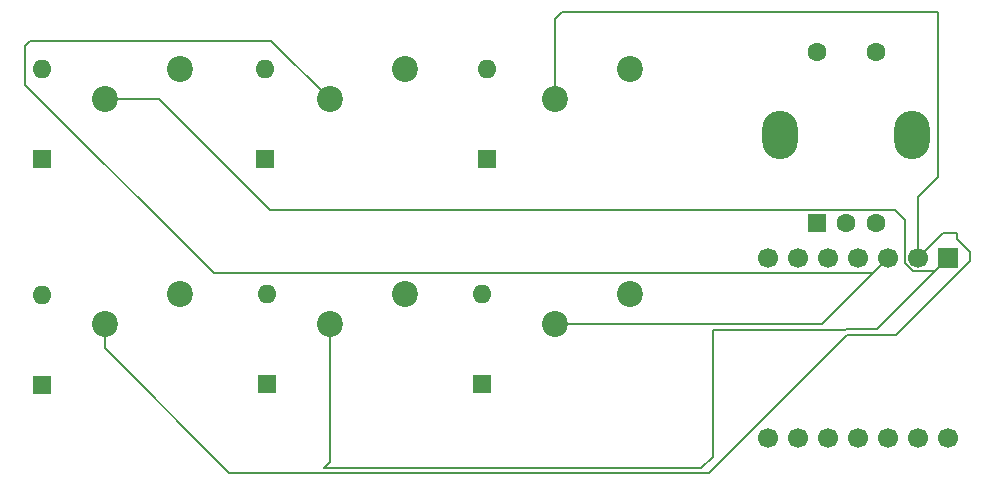
<source format=gbr>
%TF.GenerationSoftware,KiCad,Pcbnew,8.0.5*%
%TF.CreationDate,2024-10-23T20:01:10-04:00*%
%TF.ProjectId,HackPadCase,4861636b-5061-4644-9361-73652e6b6963,rev?*%
%TF.SameCoordinates,Original*%
%TF.FileFunction,Copper,L2,Bot*%
%TF.FilePolarity,Positive*%
%FSLAX46Y46*%
G04 Gerber Fmt 4.6, Leading zero omitted, Abs format (unit mm)*
G04 Created by KiCad (PCBNEW 8.0.5) date 2024-10-23 20:01:10*
%MOMM*%
%LPD*%
G01*
G04 APERTURE LIST*
G04 Aperture macros list*
%AMRoundRect*
0 Rectangle with rounded corners*
0 $1 Rounding radius*
0 $2 $3 $4 $5 $6 $7 $8 $9 X,Y pos of 4 corners*
0 Add a 4 corners polygon primitive as box body*
4,1,4,$2,$3,$4,$5,$6,$7,$8,$9,$2,$3,0*
0 Add four circle primitives for the rounded corners*
1,1,$1+$1,$2,$3*
1,1,$1+$1,$4,$5*
1,1,$1+$1,$6,$7*
1,1,$1+$1,$8,$9*
0 Add four rect primitives between the rounded corners*
20,1,$1+$1,$2,$3,$4,$5,0*
20,1,$1+$1,$4,$5,$6,$7,0*
20,1,$1+$1,$6,$7,$8,$9,0*
20,1,$1+$1,$8,$9,$2,$3,0*%
G04 Aperture macros list end*
%TA.AperFunction,ComponentPad*%
%ADD10RoundRect,0.250000X0.550000X-0.550000X0.550000X0.550000X-0.550000X0.550000X-0.550000X-0.550000X0*%
%TD*%
%TA.AperFunction,ComponentPad*%
%ADD11C,1.600000*%
%TD*%
%TA.AperFunction,ComponentPad*%
%ADD12O,3.000000X4.100000*%
%TD*%
%TA.AperFunction,ComponentPad*%
%ADD13C,2.200000*%
%TD*%
%TA.AperFunction,ComponentPad*%
%ADD14R,1.600000X1.600000*%
%TD*%
%TA.AperFunction,ComponentPad*%
%ADD15O,1.600000X1.600000*%
%TD*%
%TA.AperFunction,ComponentPad*%
%ADD16R,1.700000X1.700000*%
%TD*%
%TA.AperFunction,ComponentPad*%
%ADD17C,1.700000*%
%TD*%
%TA.AperFunction,Conductor*%
%ADD18C,0.200000*%
%TD*%
G04 APERTURE END LIST*
D10*
%TO.P,SW7,A,A*%
%TO.N,Net-(U1-PA9_A5_D5_SCL)*%
X187165000Y-78635000D03*
D11*
%TO.P,SW7,B,B*%
%TO.N,Net-(U1-PB08_A6_D6_TX)*%
X192165000Y-78635000D03*
%TO.P,SW7,C,C*%
%TO.N,GND*%
X189665000Y-78635000D03*
%TO.P,SW7,S1,S1*%
X187165000Y-64135000D03*
%TO.P,SW7,S2,S2*%
%TO.N,Net-(U1-PA5_A9_D9_MISO)*%
X192165000Y-64135000D03*
D12*
%TO.P,SW7,SH*%
%TO.N,N/C*%
X184065000Y-71135000D03*
X195265000Y-71135000D03*
%TD*%
D13*
%TO.P,SW1,2,2*%
%TO.N,Column 1*%
X126880000Y-68120000D03*
%TO.P,SW1,1,1*%
%TO.N,Net-(D1-A)*%
X133230000Y-65580000D03*
%TD*%
D14*
%TO.P,D3,1,K*%
%TO.N,Row 1*%
X140465000Y-73215000D03*
D15*
%TO.P,D3,2,A*%
%TO.N,Net-(D3-A)*%
X140465000Y-65595000D03*
%TD*%
D13*
%TO.P,SW6,2,2*%
%TO.N,Column 3*%
X164980000Y-87170000D03*
%TO.P,SW6,1,1*%
%TO.N,Net-(D6-A)*%
X171330000Y-84630000D03*
%TD*%
%TO.P,SW3,2,2*%
%TO.N,Column 3*%
X145930000Y-68120000D03*
%TO.P,SW3,1,1*%
%TO.N,Net-(D3-A)*%
X152280000Y-65580000D03*
%TD*%
D16*
%TO.P,U1,1,PA02_A0_D0*%
%TO.N,Column 1*%
X198305000Y-81535000D03*
D17*
%TO.P,U1,2,PA4_A1_D1*%
%TO.N,Column 2*%
X195765000Y-81535000D03*
%TO.P,U1,3,PA10_A2_D2*%
%TO.N,Column 3*%
X193225000Y-81535000D03*
%TO.P,U1,4,PA11_A3_D3*%
%TO.N,Row 1*%
X190685000Y-81535000D03*
%TO.P,U1,5,PA8_A4_D4_SDA*%
%TO.N,Row 2*%
X188145000Y-81535000D03*
%TO.P,U1,6,PA9_A5_D5_SCL*%
%TO.N,Net-(U1-PA9_A5_D5_SCL)*%
X185605000Y-81535000D03*
%TO.P,U1,7,PB08_A6_D6_TX*%
%TO.N,Net-(U1-PB08_A6_D6_TX)*%
X183065000Y-81535000D03*
%TO.P,U1,8,PB09_A7_D7_RX*%
%TO.N,unconnected-(U1-PB09_A7_D7_RX-Pad8)*%
X183065000Y-96785000D03*
%TO.P,U1,9,PA7_A8_D8_SCK*%
%TO.N,unconnected-(U1-PA7_A8_D8_SCK-Pad9)*%
X185605000Y-96785000D03*
%TO.P,U1,10,PA5_A9_D9_MISO*%
%TO.N,Net-(U1-PA5_A9_D9_MISO)*%
X188145000Y-96785000D03*
%TO.P,U1,11,PA6_A10_D10_MOSI*%
%TO.N,unconnected-(U1-PA6_A10_D10_MOSI-Pad11)*%
X190685000Y-96785000D03*
%TO.P,U1,12,3V3*%
%TO.N,unconnected-(U1-3V3-Pad12)*%
X193225000Y-96785000D03*
%TO.P,U1,13,GND*%
%TO.N,GND*%
X195765000Y-96785000D03*
%TO.P,U1,14,5V*%
%TO.N,unconnected-(U1-5V-Pad14)*%
X198305000Y-96785000D03*
%TD*%
D13*
%TO.P,SW2,2,2*%
%TO.N,Column 2*%
X126880000Y-87170000D03*
%TO.P,SW2,1,1*%
%TO.N,Net-(D2-A)*%
X133230000Y-84630000D03*
%TD*%
D14*
%TO.P,D2,1,K*%
%TO.N,Row 1*%
X158845000Y-92225000D03*
D15*
%TO.P,D2,2,A*%
%TO.N,Net-(D2-A)*%
X158845000Y-84605000D03*
%TD*%
D13*
%TO.P,SW5,2,2*%
%TO.N,Column 2*%
X164980000Y-68120000D03*
%TO.P,SW5,1,1*%
%TO.N,Net-(D5-A)*%
X171330000Y-65580000D03*
%TD*%
D14*
%TO.P,D6,1,K*%
%TO.N,Row 2*%
X121585000Y-92355000D03*
D15*
%TO.P,D6,2,A*%
%TO.N,Net-(D6-A)*%
X121585000Y-84735000D03*
%TD*%
D14*
%TO.P,D1,1,K*%
%TO.N,Row 1*%
X159275000Y-73185000D03*
D15*
%TO.P,D1,2,A*%
%TO.N,Net-(D1-A)*%
X159275000Y-65565000D03*
%TD*%
D13*
%TO.P,SW4,2,2*%
%TO.N,Column 1*%
X145930000Y-87170000D03*
%TO.P,SW4,1,1*%
%TO.N,Net-(D4-A)*%
X152280000Y-84630000D03*
%TD*%
D14*
%TO.P,D4,1,K*%
%TO.N,Row 2*%
X140615000Y-92225000D03*
D15*
%TO.P,D4,2,A*%
%TO.N,Net-(D4-A)*%
X140615000Y-84605000D03*
%TD*%
D14*
%TO.P,D5,1,K*%
%TO.N,Row 2*%
X121565000Y-73195000D03*
D15*
%TO.P,D5,2,A*%
%TO.N,Net-(D5-A)*%
X121565000Y-65575000D03*
%TD*%
D18*
%TO.N,Column 3*%
X191909315Y-82850685D02*
X193225000Y-81535000D01*
X120130865Y-63618525D02*
X120130865Y-66877921D01*
X140995000Y-63185000D02*
X120564390Y-63185000D01*
X120564390Y-63185000D02*
X120130865Y-63618525D01*
X145930000Y-68120000D02*
X140995000Y-63185000D01*
X120130865Y-66877921D02*
X136103629Y-82850685D01*
X136103629Y-82850685D02*
X191909315Y-82850685D01*
%TO.N,Column 1*%
X195288654Y-82685000D02*
X197155000Y-82685000D01*
X194615000Y-82011346D02*
X195288654Y-82685000D01*
X193815000Y-77535000D02*
X194615000Y-78335000D01*
X140905000Y-77535000D02*
X193815000Y-77535000D01*
X131490000Y-68120000D02*
X140905000Y-77535000D01*
X197155000Y-82685000D02*
X198305000Y-81535000D01*
X126880000Y-68120000D02*
X131490000Y-68120000D01*
X194615000Y-78335000D02*
X194615000Y-82011346D01*
%TO.N,Column 2*%
X200165000Y-81095000D02*
X199065000Y-79995000D01*
X200165000Y-81835000D02*
X200165000Y-81095000D01*
X193915000Y-88085000D02*
X200165000Y-81835000D01*
X199065000Y-79995000D02*
X199065000Y-79435000D01*
X189730685Y-88085000D02*
X193915000Y-88085000D01*
X197865000Y-79435000D02*
X195765000Y-81535000D01*
X178030685Y-99785000D02*
X189730685Y-88085000D01*
X137441598Y-99785000D02*
X178030685Y-99785000D01*
X199065000Y-79435000D02*
X197865000Y-79435000D01*
X126880000Y-89223402D02*
X137441598Y-99785000D01*
X126880000Y-87170000D02*
X126880000Y-89223402D01*
%TO.N,Column 1*%
X192305000Y-87535000D02*
X198305000Y-81535000D01*
X189715000Y-87535000D02*
X192305000Y-87535000D01*
X189565000Y-87685000D02*
X189715000Y-87535000D01*
X178365000Y-87685000D02*
X189565000Y-87685000D01*
X178365000Y-98385000D02*
X178365000Y-87685000D01*
X145465000Y-99335000D02*
X177415000Y-99335000D01*
X145930000Y-98870000D02*
X145465000Y-99335000D01*
X177415000Y-99335000D02*
X178365000Y-98385000D01*
X145930000Y-87170000D02*
X145930000Y-98870000D01*
%TO.N,Column 2*%
X195765000Y-76435000D02*
X195765000Y-81535000D01*
X197465000Y-74735000D02*
X195765000Y-76435000D01*
X197465000Y-60748500D02*
X197465000Y-74735000D01*
X165565000Y-60748500D02*
X197465000Y-60748500D01*
X164980000Y-61333500D02*
X165565000Y-60748500D01*
X164980000Y-68120000D02*
X164980000Y-61333500D01*
%TO.N,Column 3*%
X187625000Y-87135000D02*
X193225000Y-81535000D01*
X186665000Y-87135000D02*
X187625000Y-87135000D01*
X186630000Y-87170000D02*
X186665000Y-87135000D01*
X164980000Y-87170000D02*
X186630000Y-87170000D01*
%TD*%
M02*

</source>
